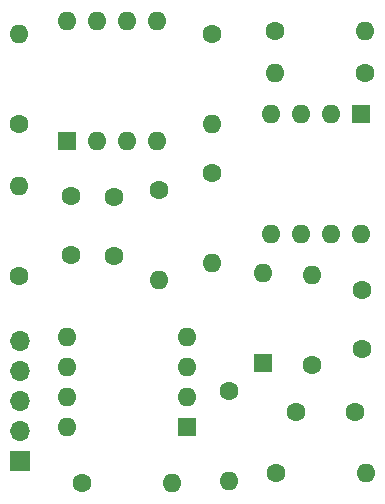
<source format=gbr>
%TF.GenerationSoftware,KiCad,Pcbnew,(6.0.5-0)*%
%TF.CreationDate,2022-06-21T19:00:10+05:30*%
%TF.ProjectId,AM_Receiver_PCB,414d5f52-6563-4656-9976-65725f504342,rev?*%
%TF.SameCoordinates,Original*%
%TF.FileFunction,Soldermask,Bot*%
%TF.FilePolarity,Negative*%
%FSLAX46Y46*%
G04 Gerber Fmt 4.6, Leading zero omitted, Abs format (unit mm)*
G04 Created by KiCad (PCBNEW (6.0.5-0)) date 2022-06-21 19:00:10*
%MOMM*%
%LPD*%
G01*
G04 APERTURE LIST*
%ADD10O,1.600000X1.600000*%
%ADD11C,1.600000*%
%ADD12R,1.600000X1.600000*%
%ADD13O,1.700000X1.700000*%
%ADD14R,1.700000X1.700000*%
G04 APERTURE END LIST*
D10*
%TO.C,R3*%
X86000000Y-77890000D03*
D11*
X86000000Y-85510000D03*
%TD*%
D12*
%TO.C,U2*%
X115000000Y-71800000D03*
D10*
X112460000Y-71800000D03*
X109920000Y-71800000D03*
X107380000Y-71800000D03*
X107380000Y-81960000D03*
X109920000Y-81960000D03*
X112460000Y-81960000D03*
X115000000Y-81960000D03*
%TD*%
D12*
%TO.C,U3*%
X100200000Y-98300000D03*
D10*
X100200000Y-95760000D03*
X100200000Y-93220000D03*
X100200000Y-90680000D03*
X90040000Y-90680000D03*
X90040000Y-93220000D03*
X90040000Y-95760000D03*
X90040000Y-98300000D03*
%TD*%
D13*
%TO.C,J1*%
X86100000Y-91015000D03*
X86100000Y-93555000D03*
X86100000Y-96095000D03*
X86100000Y-98635000D03*
D14*
X86100000Y-101175000D03*
%TD*%
D10*
%TO.C,U1*%
X90085000Y-63950000D03*
X92625000Y-63950000D03*
X95165000Y-63950000D03*
X97705000Y-63950000D03*
X97705000Y-74110000D03*
X95165000Y-74110000D03*
X92625000Y-74110000D03*
D12*
X90085000Y-74110000D03*
%TD*%
D10*
%TO.C,R11*%
X103800000Y-102910000D03*
D11*
X103800000Y-95290000D03*
%TD*%
D10*
%TO.C,R10*%
X99010000Y-103000000D03*
D11*
X91390000Y-103000000D03*
%TD*%
D10*
%TO.C,R9*%
X115420000Y-102200000D03*
D11*
X107800000Y-102200000D03*
%TD*%
%TO.C,R8*%
X110800000Y-93010000D03*
D10*
X110800000Y-85390000D03*
%TD*%
D11*
%TO.C,R7*%
X102385000Y-76800000D03*
D10*
X102385000Y-84420000D03*
%TD*%
%TO.C,R6*%
X102385000Y-72620000D03*
D11*
X102385000Y-65000000D03*
%TD*%
%TO.C,R5*%
X85985000Y-72620000D03*
D10*
X85985000Y-65000000D03*
%TD*%
D11*
%TO.C,R4*%
X97885000Y-78190000D03*
D10*
X97885000Y-85810000D03*
%TD*%
%TO.C,R2*%
X115320000Y-64800000D03*
D11*
X107700000Y-64800000D03*
%TD*%
%TO.C,R1*%
X115310000Y-68300000D03*
D10*
X107690000Y-68300000D03*
%TD*%
D12*
%TO.C,D1*%
X106700000Y-92910000D03*
D10*
X106700000Y-85290000D03*
%TD*%
D11*
%TO.C,C4*%
X114500000Y-97000000D03*
X109500000Y-97000000D03*
%TD*%
%TO.C,C3*%
X115100000Y-91700000D03*
X115100000Y-86700000D03*
%TD*%
%TO.C,C2*%
X90385000Y-83710000D03*
X90385000Y-78710000D03*
%TD*%
%TO.C,C1*%
X94085000Y-78810000D03*
X94085000Y-83810000D03*
%TD*%
M02*

</source>
